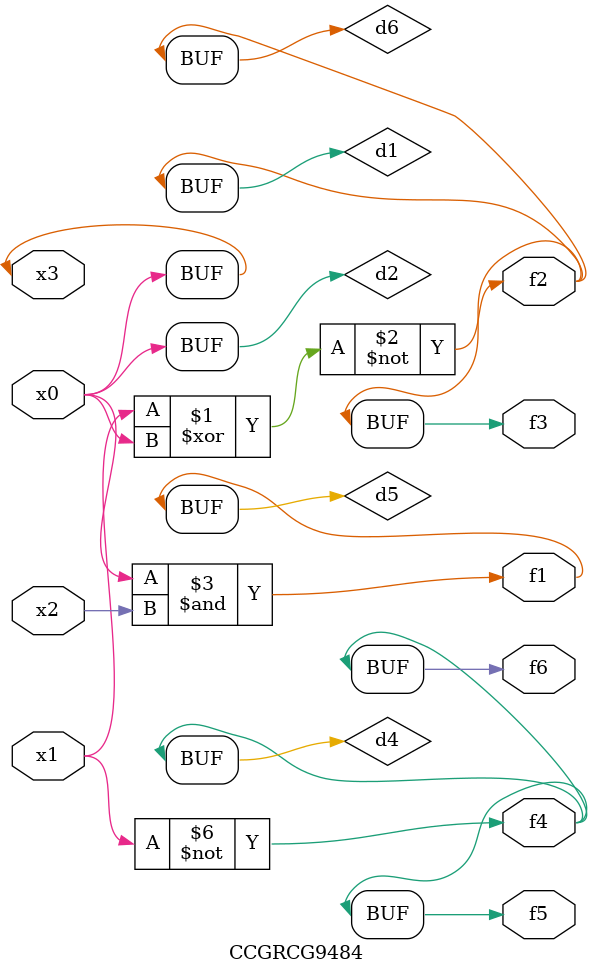
<source format=v>
module CCGRCG9484(
	input x0, x1, x2, x3,
	output f1, f2, f3, f4, f5, f6
);

	wire d1, d2, d3, d4, d5, d6;

	xnor (d1, x1, x3);
	buf (d2, x0, x3);
	nand (d3, x0, x2);
	not (d4, x1);
	nand (d5, d3);
	or (d6, d1);
	assign f1 = d5;
	assign f2 = d6;
	assign f3 = d6;
	assign f4 = d4;
	assign f5 = d4;
	assign f6 = d4;
endmodule

</source>
